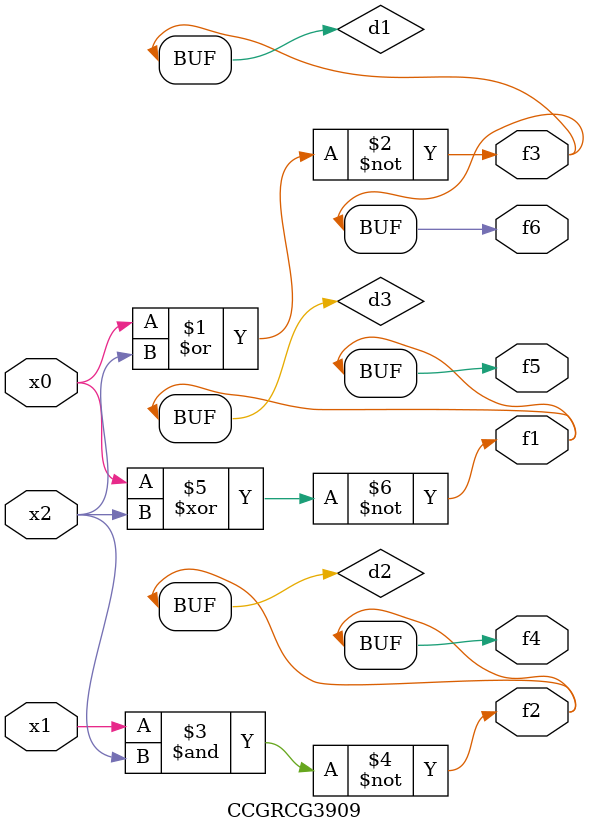
<source format=v>
module CCGRCG3909(
	input x0, x1, x2,
	output f1, f2, f3, f4, f5, f6
);

	wire d1, d2, d3;

	nor (d1, x0, x2);
	nand (d2, x1, x2);
	xnor (d3, x0, x2);
	assign f1 = d3;
	assign f2 = d2;
	assign f3 = d1;
	assign f4 = d2;
	assign f5 = d3;
	assign f6 = d1;
endmodule

</source>
